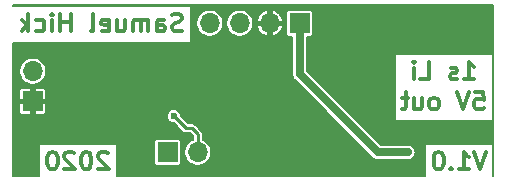
<source format=gbr>
G04 #@! TF.GenerationSoftware,KiCad,Pcbnew,(5.1.6)-1*
G04 #@! TF.CreationDate,2020-05-28T13:40:36+02:00*
G04 #@! TF.ProjectId,charger_stepup,63686172-6765-4725-9f73-74657075702e,rev?*
G04 #@! TF.SameCoordinates,Original*
G04 #@! TF.FileFunction,Copper,L2,Bot*
G04 #@! TF.FilePolarity,Positive*
%FSLAX46Y46*%
G04 Gerber Fmt 4.6, Leading zero omitted, Abs format (unit mm)*
G04 Created by KiCad (PCBNEW (5.1.6)-1) date 2020-05-28 13:40:36*
%MOMM*%
%LPD*%
G01*
G04 APERTURE LIST*
G04 #@! TA.AperFunction,NonConductor*
%ADD10C,0.300000*%
G04 #@! TD*
G04 #@! TA.AperFunction,ComponentPad*
%ADD11O,1.700000X1.700000*%
G04 #@! TD*
G04 #@! TA.AperFunction,ComponentPad*
%ADD12R,1.700000X1.700000*%
G04 #@! TD*
G04 #@! TA.AperFunction,ViaPad*
%ADD13C,0.600000*%
G04 #@! TD*
G04 #@! TA.AperFunction,Conductor*
%ADD14C,0.250000*%
G04 #@! TD*
G04 #@! TA.AperFunction,Conductor*
%ADD15C,0.700000*%
G04 #@! TD*
G04 #@! TA.AperFunction,Conductor*
%ADD16C,0.200000*%
G04 #@! TD*
G04 APERTURE END LIST*
D10*
X160019714Y-73092571D02*
X159519714Y-74592571D01*
X159019714Y-73092571D01*
X157734000Y-74592571D02*
X158591142Y-74592571D01*
X158162571Y-74592571D02*
X158162571Y-73092571D01*
X158305428Y-73306857D01*
X158448285Y-73449714D01*
X158591142Y-73521142D01*
X157091142Y-74449714D02*
X157019714Y-74521142D01*
X157091142Y-74592571D01*
X157162571Y-74521142D01*
X157091142Y-74449714D01*
X157091142Y-74592571D01*
X156091142Y-73092571D02*
X155948285Y-73092571D01*
X155805428Y-73164000D01*
X155734000Y-73235428D01*
X155662571Y-73378285D01*
X155591142Y-73664000D01*
X155591142Y-74021142D01*
X155662571Y-74306857D01*
X155734000Y-74449714D01*
X155805428Y-74521142D01*
X155948285Y-74592571D01*
X156091142Y-74592571D01*
X156234000Y-74521142D01*
X156305428Y-74449714D01*
X156376857Y-74306857D01*
X156448285Y-74021142D01*
X156448285Y-73664000D01*
X156376857Y-73378285D01*
X156305428Y-73235428D01*
X156234000Y-73164000D01*
X156091142Y-73092571D01*
X128047428Y-73235428D02*
X127976000Y-73164000D01*
X127833142Y-73092571D01*
X127476000Y-73092571D01*
X127333142Y-73164000D01*
X127261714Y-73235428D01*
X127190285Y-73378285D01*
X127190285Y-73521142D01*
X127261714Y-73735428D01*
X128118857Y-74592571D01*
X127190285Y-74592571D01*
X126261714Y-73092571D02*
X126118857Y-73092571D01*
X125976000Y-73164000D01*
X125904571Y-73235428D01*
X125833142Y-73378285D01*
X125761714Y-73664000D01*
X125761714Y-74021142D01*
X125833142Y-74306857D01*
X125904571Y-74449714D01*
X125976000Y-74521142D01*
X126118857Y-74592571D01*
X126261714Y-74592571D01*
X126404571Y-74521142D01*
X126476000Y-74449714D01*
X126547428Y-74306857D01*
X126618857Y-74021142D01*
X126618857Y-73664000D01*
X126547428Y-73378285D01*
X126476000Y-73235428D01*
X126404571Y-73164000D01*
X126261714Y-73092571D01*
X125190285Y-73235428D02*
X125118857Y-73164000D01*
X124976000Y-73092571D01*
X124618857Y-73092571D01*
X124476000Y-73164000D01*
X124404571Y-73235428D01*
X124333142Y-73378285D01*
X124333142Y-73521142D01*
X124404571Y-73735428D01*
X125261714Y-74592571D01*
X124333142Y-74592571D01*
X123404571Y-73092571D02*
X123261714Y-73092571D01*
X123118857Y-73164000D01*
X123047428Y-73235428D01*
X122976000Y-73378285D01*
X122904571Y-73664000D01*
X122904571Y-74021142D01*
X122976000Y-74306857D01*
X123047428Y-74449714D01*
X123118857Y-74521142D01*
X123261714Y-74592571D01*
X123404571Y-74592571D01*
X123547428Y-74521142D01*
X123618857Y-74449714D01*
X123690285Y-74306857D01*
X123761714Y-74021142D01*
X123761714Y-73664000D01*
X123690285Y-73378285D01*
X123618857Y-73235428D01*
X123547428Y-73164000D01*
X123404571Y-73092571D01*
X158178285Y-66967571D02*
X159035428Y-66967571D01*
X158606857Y-66967571D02*
X158606857Y-65467571D01*
X158749714Y-65681857D01*
X158892571Y-65824714D01*
X159035428Y-65896142D01*
X157606857Y-66896142D02*
X157464000Y-66967571D01*
X157178285Y-66967571D01*
X157035428Y-66896142D01*
X156964000Y-66753285D01*
X156964000Y-66681857D01*
X157035428Y-66539000D01*
X157178285Y-66467571D01*
X157392571Y-66467571D01*
X157535428Y-66396142D01*
X157606857Y-66253285D01*
X157606857Y-66181857D01*
X157535428Y-66039000D01*
X157392571Y-65967571D01*
X157178285Y-65967571D01*
X157035428Y-66039000D01*
X154464000Y-66967571D02*
X155178285Y-66967571D01*
X155178285Y-65467571D01*
X153964000Y-66967571D02*
X153964000Y-65967571D01*
X153964000Y-65467571D02*
X154035428Y-65539000D01*
X153964000Y-65610428D01*
X153892571Y-65539000D01*
X153964000Y-65467571D01*
X153964000Y-65610428D01*
X159106857Y-68017571D02*
X159821142Y-68017571D01*
X159892571Y-68731857D01*
X159821142Y-68660428D01*
X159678285Y-68589000D01*
X159321142Y-68589000D01*
X159178285Y-68660428D01*
X159106857Y-68731857D01*
X159035428Y-68874714D01*
X159035428Y-69231857D01*
X159106857Y-69374714D01*
X159178285Y-69446142D01*
X159321142Y-69517571D01*
X159678285Y-69517571D01*
X159821142Y-69446142D01*
X159892571Y-69374714D01*
X158606857Y-68017571D02*
X158106857Y-69517571D01*
X157606857Y-68017571D01*
X155749714Y-69517571D02*
X155892571Y-69446142D01*
X155964000Y-69374714D01*
X156035428Y-69231857D01*
X156035428Y-68803285D01*
X155964000Y-68660428D01*
X155892571Y-68589000D01*
X155749714Y-68517571D01*
X155535428Y-68517571D01*
X155392571Y-68589000D01*
X155321142Y-68660428D01*
X155249714Y-68803285D01*
X155249714Y-69231857D01*
X155321142Y-69374714D01*
X155392571Y-69446142D01*
X155535428Y-69517571D01*
X155749714Y-69517571D01*
X153964000Y-68517571D02*
X153964000Y-69517571D01*
X154606857Y-68517571D02*
X154606857Y-69303285D01*
X154535428Y-69446142D01*
X154392571Y-69517571D01*
X154178285Y-69517571D01*
X154035428Y-69446142D01*
X153964000Y-69374714D01*
X153464000Y-68517571D02*
X152892571Y-68517571D01*
X153249714Y-68017571D02*
X153249714Y-69303285D01*
X153178285Y-69446142D01*
X153035428Y-69517571D01*
X152892571Y-69517571D01*
X134293714Y-62837142D02*
X134079428Y-62908571D01*
X133722285Y-62908571D01*
X133579428Y-62837142D01*
X133508000Y-62765714D01*
X133436571Y-62622857D01*
X133436571Y-62480000D01*
X133508000Y-62337142D01*
X133579428Y-62265714D01*
X133722285Y-62194285D01*
X134008000Y-62122857D01*
X134150857Y-62051428D01*
X134222285Y-61980000D01*
X134293714Y-61837142D01*
X134293714Y-61694285D01*
X134222285Y-61551428D01*
X134150857Y-61480000D01*
X134008000Y-61408571D01*
X133650857Y-61408571D01*
X133436571Y-61480000D01*
X132150857Y-62908571D02*
X132150857Y-62122857D01*
X132222285Y-61980000D01*
X132365142Y-61908571D01*
X132650857Y-61908571D01*
X132793714Y-61980000D01*
X132150857Y-62837142D02*
X132293714Y-62908571D01*
X132650857Y-62908571D01*
X132793714Y-62837142D01*
X132865142Y-62694285D01*
X132865142Y-62551428D01*
X132793714Y-62408571D01*
X132650857Y-62337142D01*
X132293714Y-62337142D01*
X132150857Y-62265714D01*
X131436571Y-62908571D02*
X131436571Y-61908571D01*
X131436571Y-62051428D02*
X131365142Y-61980000D01*
X131222285Y-61908571D01*
X131008000Y-61908571D01*
X130865142Y-61980000D01*
X130793714Y-62122857D01*
X130793714Y-62908571D01*
X130793714Y-62122857D02*
X130722285Y-61980000D01*
X130579428Y-61908571D01*
X130365142Y-61908571D01*
X130222285Y-61980000D01*
X130150857Y-62122857D01*
X130150857Y-62908571D01*
X128793714Y-61908571D02*
X128793714Y-62908571D01*
X129436571Y-61908571D02*
X129436571Y-62694285D01*
X129365142Y-62837142D01*
X129222285Y-62908571D01*
X129008000Y-62908571D01*
X128865142Y-62837142D01*
X128793714Y-62765714D01*
X127508000Y-62837142D02*
X127650857Y-62908571D01*
X127936571Y-62908571D01*
X128079428Y-62837142D01*
X128150857Y-62694285D01*
X128150857Y-62122857D01*
X128079428Y-61980000D01*
X127936571Y-61908571D01*
X127650857Y-61908571D01*
X127508000Y-61980000D01*
X127436571Y-62122857D01*
X127436571Y-62265714D01*
X128150857Y-62408571D01*
X126579428Y-62908571D02*
X126722285Y-62837142D01*
X126793714Y-62694285D01*
X126793714Y-61408571D01*
X124865142Y-62908571D02*
X124865142Y-61408571D01*
X124865142Y-62122857D02*
X124008000Y-62122857D01*
X124008000Y-62908571D02*
X124008000Y-61408571D01*
X123293714Y-62908571D02*
X123293714Y-61908571D01*
X123293714Y-61408571D02*
X123365142Y-61480000D01*
X123293714Y-61551428D01*
X123222285Y-61480000D01*
X123293714Y-61408571D01*
X123293714Y-61551428D01*
X121936571Y-62837142D02*
X122079428Y-62908571D01*
X122365142Y-62908571D01*
X122508000Y-62837142D01*
X122579428Y-62765714D01*
X122650857Y-62622857D01*
X122650857Y-62194285D01*
X122579428Y-62051428D01*
X122508000Y-61980000D01*
X122365142Y-61908571D01*
X122079428Y-61908571D01*
X121936571Y-61980000D01*
X121293714Y-62908571D02*
X121293714Y-61408571D01*
X121150857Y-62337142D02*
X120722285Y-62908571D01*
X120722285Y-61908571D02*
X121293714Y-62480000D01*
D11*
G04 #@! TO.P,J3,2*
G04 #@! TO.N,BAT-*
X135636000Y-73152000D03*
D12*
G04 #@! TO.P,J3,1*
G04 #@! TO.N,BAT+*
X133096000Y-73152000D03*
G04 #@! TD*
D11*
G04 #@! TO.P,Bat EN GND 5V,4*
G04 #@! TO.N,BAT+*
X136652000Y-62230000D03*
G04 #@! TO.P,Bat EN GND 5V,3*
G04 #@! TO.N,EN*
X139192000Y-62230000D03*
G04 #@! TO.P,Bat EN GND 5V,2*
G04 #@! TO.N,GND*
X141732000Y-62230000D03*
D12*
G04 #@! TO.P,Bat EN GND 5V,1*
G04 #@! TO.N,5Vout*
X144272000Y-62230000D03*
G04 #@! TD*
D11*
G04 #@! TO.P,J1,2*
G04 #@! TO.N,IN+*
X121666000Y-66294000D03*
D12*
G04 #@! TO.P,J1,1*
G04 #@! TO.N,GND*
X121666000Y-68834000D03*
G04 #@! TD*
D13*
G04 #@! TO.N,BAT-*
X133604000Y-70084000D03*
G04 #@! TO.N,GND*
X155194000Y-63246000D03*
X130386000Y-73406000D03*
X132080000Y-64262000D03*
X150368000Y-66802000D03*
X141224000Y-66548000D03*
X148082000Y-72136000D03*
X125222000Y-66040000D03*
G04 #@! TO.N,5Vout*
X153416000Y-73152000D03*
X151892000Y-73152000D03*
G04 #@! TD*
D14*
G04 #@! TO.N,BAT-*
X134640000Y-71120000D02*
X133604000Y-70084000D01*
X135128000Y-71120000D02*
X134640000Y-71120000D01*
X135636000Y-73152000D02*
X135636000Y-71628000D01*
X135636000Y-71628000D02*
X135128000Y-71120000D01*
D15*
G04 #@! TO.N,5Vout*
X153416000Y-73152000D02*
X150876000Y-73152000D01*
X144272000Y-66548000D02*
X144272000Y-62230000D01*
X150876000Y-73152000D02*
X144272000Y-66548000D01*
G04 #@! TD*
D16*
G04 #@! TO.N,GND*
G36*
X160661001Y-75190000D02*
G01*
X160612572Y-75190000D01*
X160612572Y-72459000D01*
X154855429Y-72459000D01*
X154855429Y-75190000D01*
X128783143Y-75190000D01*
X128783143Y-72459000D01*
X122168857Y-72459000D01*
X122168857Y-75190000D01*
X120009000Y-75190000D01*
X120009000Y-72302000D01*
X131944549Y-72302000D01*
X131944549Y-74002000D01*
X131950341Y-74060810D01*
X131967496Y-74117360D01*
X131995353Y-74169477D01*
X132032842Y-74215158D01*
X132078523Y-74252647D01*
X132130640Y-74280504D01*
X132187190Y-74297659D01*
X132246000Y-74303451D01*
X133946000Y-74303451D01*
X134004810Y-74297659D01*
X134061360Y-74280504D01*
X134113477Y-74252647D01*
X134159158Y-74215158D01*
X134196647Y-74169477D01*
X134224504Y-74117360D01*
X134241659Y-74060810D01*
X134247451Y-74002000D01*
X134247451Y-72302000D01*
X134241659Y-72243190D01*
X134224504Y-72186640D01*
X134196647Y-72134523D01*
X134159158Y-72088842D01*
X134113477Y-72051353D01*
X134061360Y-72023496D01*
X134004810Y-72006341D01*
X133946000Y-72000549D01*
X132246000Y-72000549D01*
X132187190Y-72006341D01*
X132130640Y-72023496D01*
X132078523Y-72051353D01*
X132032842Y-72088842D01*
X131995353Y-72134523D01*
X131967496Y-72186640D01*
X131950341Y-72243190D01*
X131944549Y-72302000D01*
X120009000Y-72302000D01*
X120009000Y-70024905D01*
X133004000Y-70024905D01*
X133004000Y-70143095D01*
X133027058Y-70259014D01*
X133072287Y-70368207D01*
X133137950Y-70466478D01*
X133221522Y-70550050D01*
X133319793Y-70615713D01*
X133428986Y-70660942D01*
X133544905Y-70684000D01*
X133602960Y-70684000D01*
X134324719Y-71405760D01*
X134338026Y-71421974D01*
X134402740Y-71475084D01*
X134476573Y-71514548D01*
X134532383Y-71531478D01*
X134556685Y-71538850D01*
X134565098Y-71539679D01*
X134619126Y-71545000D01*
X134619132Y-71545000D01*
X134639999Y-71547055D01*
X134660866Y-71545000D01*
X134951960Y-71545000D01*
X135211001Y-71804042D01*
X135211001Y-72083290D01*
X135091271Y-72132884D01*
X134902918Y-72258737D01*
X134742737Y-72418918D01*
X134616884Y-72607271D01*
X134530194Y-72816557D01*
X134486000Y-73038735D01*
X134486000Y-73265265D01*
X134530194Y-73487443D01*
X134616884Y-73696729D01*
X134742737Y-73885082D01*
X134902918Y-74045263D01*
X135091271Y-74171116D01*
X135300557Y-74257806D01*
X135522735Y-74302000D01*
X135749265Y-74302000D01*
X135971443Y-74257806D01*
X136180729Y-74171116D01*
X136369082Y-74045263D01*
X136529263Y-73885082D01*
X136655116Y-73696729D01*
X136741806Y-73487443D01*
X136786000Y-73265265D01*
X136786000Y-73038735D01*
X136741806Y-72816557D01*
X136655116Y-72607271D01*
X136529263Y-72418918D01*
X136369082Y-72258737D01*
X136180729Y-72132884D01*
X136061000Y-72083290D01*
X136061000Y-71648866D01*
X136063055Y-71627999D01*
X136061000Y-71607132D01*
X136061000Y-71607126D01*
X136054850Y-71544686D01*
X136030548Y-71464573D01*
X135991084Y-71390740D01*
X135937974Y-71326026D01*
X135921762Y-71312721D01*
X135443283Y-70834243D01*
X135429974Y-70818026D01*
X135365260Y-70764916D01*
X135291427Y-70725452D01*
X135211314Y-70701150D01*
X135148874Y-70695000D01*
X135148867Y-70695000D01*
X135128000Y-70692945D01*
X135107133Y-70695000D01*
X134816041Y-70695000D01*
X134204000Y-70082960D01*
X134204000Y-70024905D01*
X134180942Y-69908986D01*
X134135713Y-69799793D01*
X134070050Y-69701522D01*
X133986478Y-69617950D01*
X133888207Y-69552287D01*
X133779014Y-69507058D01*
X133663095Y-69484000D01*
X133544905Y-69484000D01*
X133428986Y-69507058D01*
X133319793Y-69552287D01*
X133221522Y-69617950D01*
X133137950Y-69701522D01*
X133072287Y-69799793D01*
X133027058Y-69908986D01*
X133004000Y-70024905D01*
X120009000Y-70024905D01*
X120009000Y-69684000D01*
X120514548Y-69684000D01*
X120520340Y-69742810D01*
X120537495Y-69799361D01*
X120565352Y-69851478D01*
X120602841Y-69897159D01*
X120648522Y-69934648D01*
X120700639Y-69962505D01*
X120757190Y-69979660D01*
X120816000Y-69985452D01*
X121437000Y-69984000D01*
X121512000Y-69909000D01*
X121512000Y-68988000D01*
X121820000Y-68988000D01*
X121820000Y-69909000D01*
X121895000Y-69984000D01*
X122516000Y-69985452D01*
X122574810Y-69979660D01*
X122631361Y-69962505D01*
X122683478Y-69934648D01*
X122729159Y-69897159D01*
X122766648Y-69851478D01*
X122794505Y-69799361D01*
X122811660Y-69742810D01*
X122817452Y-69684000D01*
X122816000Y-69063000D01*
X122741000Y-68988000D01*
X121820000Y-68988000D01*
X121512000Y-68988000D01*
X120591000Y-68988000D01*
X120516000Y-69063000D01*
X120514548Y-69684000D01*
X120009000Y-69684000D01*
X120009000Y-67984000D01*
X120514548Y-67984000D01*
X120516000Y-68605000D01*
X120591000Y-68680000D01*
X121512000Y-68680000D01*
X121512000Y-67759000D01*
X121820000Y-67759000D01*
X121820000Y-68680000D01*
X122741000Y-68680000D01*
X122816000Y-68605000D01*
X122817452Y-67984000D01*
X122811660Y-67925190D01*
X122794505Y-67868639D01*
X122766648Y-67816522D01*
X122729159Y-67770841D01*
X122683478Y-67733352D01*
X122631361Y-67705495D01*
X122574810Y-67688340D01*
X122516000Y-67682548D01*
X121895000Y-67684000D01*
X121820000Y-67759000D01*
X121512000Y-67759000D01*
X121437000Y-67684000D01*
X120816000Y-67682548D01*
X120757190Y-67688340D01*
X120700639Y-67705495D01*
X120648522Y-67733352D01*
X120602841Y-67770841D01*
X120565352Y-67816522D01*
X120537495Y-67868639D01*
X120520340Y-67925190D01*
X120514548Y-67984000D01*
X120009000Y-67984000D01*
X120009000Y-66180735D01*
X120516000Y-66180735D01*
X120516000Y-66407265D01*
X120560194Y-66629443D01*
X120646884Y-66838729D01*
X120772737Y-67027082D01*
X120932918Y-67187263D01*
X121121271Y-67313116D01*
X121330557Y-67399806D01*
X121552735Y-67444000D01*
X121779265Y-67444000D01*
X122001443Y-67399806D01*
X122210729Y-67313116D01*
X122399082Y-67187263D01*
X122559263Y-67027082D01*
X122685116Y-66838729D01*
X122771806Y-66629443D01*
X122816000Y-66407265D01*
X122816000Y-66180735D01*
X122771806Y-65958557D01*
X122685116Y-65749271D01*
X122559263Y-65560918D01*
X122399082Y-65400737D01*
X122210729Y-65274884D01*
X122001443Y-65188194D01*
X121779265Y-65144000D01*
X121552735Y-65144000D01*
X121330557Y-65188194D01*
X121121271Y-65274884D01*
X120932918Y-65400737D01*
X120772737Y-65560918D01*
X120646884Y-65749271D01*
X120560194Y-65958557D01*
X120516000Y-66180735D01*
X120009000Y-66180735D01*
X120009000Y-63925000D01*
X135029429Y-63925000D01*
X135029429Y-62116735D01*
X135502000Y-62116735D01*
X135502000Y-62343265D01*
X135546194Y-62565443D01*
X135632884Y-62774729D01*
X135758737Y-62963082D01*
X135918918Y-63123263D01*
X136107271Y-63249116D01*
X136316557Y-63335806D01*
X136538735Y-63380000D01*
X136765265Y-63380000D01*
X136987443Y-63335806D01*
X137196729Y-63249116D01*
X137385082Y-63123263D01*
X137545263Y-62963082D01*
X137671116Y-62774729D01*
X137757806Y-62565443D01*
X137802000Y-62343265D01*
X137802000Y-62116735D01*
X138042000Y-62116735D01*
X138042000Y-62343265D01*
X138086194Y-62565443D01*
X138172884Y-62774729D01*
X138298737Y-62963082D01*
X138458918Y-63123263D01*
X138647271Y-63249116D01*
X138856557Y-63335806D01*
X139078735Y-63380000D01*
X139305265Y-63380000D01*
X139527443Y-63335806D01*
X139736729Y-63249116D01*
X139925082Y-63123263D01*
X140085263Y-62963082D01*
X140211116Y-62774729D01*
X140297806Y-62565443D01*
X140298812Y-62560385D01*
X140630472Y-62560385D01*
X140716092Y-62768934D01*
X140840753Y-62956772D01*
X140999664Y-63116681D01*
X141186719Y-63242515D01*
X141394728Y-63329439D01*
X141401617Y-63331520D01*
X141578000Y-63293912D01*
X141578000Y-62384000D01*
X141886000Y-62384000D01*
X141886000Y-63293912D01*
X142062383Y-63331520D01*
X142069272Y-63329439D01*
X142277281Y-63242515D01*
X142464336Y-63116681D01*
X142623247Y-62956772D01*
X142747908Y-62768934D01*
X142833528Y-62560385D01*
X142796650Y-62384000D01*
X141886000Y-62384000D01*
X141578000Y-62384000D01*
X140667350Y-62384000D01*
X140630472Y-62560385D01*
X140298812Y-62560385D01*
X140342000Y-62343265D01*
X140342000Y-62116735D01*
X140298813Y-61899615D01*
X140630472Y-61899615D01*
X140667350Y-62076000D01*
X141578000Y-62076000D01*
X141578000Y-61166088D01*
X141886000Y-61166088D01*
X141886000Y-62076000D01*
X142796650Y-62076000D01*
X142833528Y-61899615D01*
X142747908Y-61691066D01*
X142623247Y-61503228D01*
X142500789Y-61380000D01*
X143120549Y-61380000D01*
X143120549Y-63080000D01*
X143126341Y-63138810D01*
X143143496Y-63195360D01*
X143171353Y-63247477D01*
X143208842Y-63293158D01*
X143254523Y-63330647D01*
X143306640Y-63358504D01*
X143363190Y-63375659D01*
X143422000Y-63381451D01*
X143622001Y-63381451D01*
X143622000Y-66516078D01*
X143618856Y-66548000D01*
X143622000Y-66579921D01*
X143622000Y-66579931D01*
X143631405Y-66675421D01*
X143668573Y-66797947D01*
X143728930Y-66910868D01*
X143779369Y-66972328D01*
X143810157Y-67009843D01*
X143834962Y-67030200D01*
X150393804Y-73589043D01*
X150414157Y-73613843D01*
X150438957Y-73634196D01*
X150438959Y-73634198D01*
X150491837Y-73677593D01*
X150513132Y-73695070D01*
X150626052Y-73755427D01*
X150748578Y-73792595D01*
X150844068Y-73802000D01*
X150844078Y-73802000D01*
X150875999Y-73805144D01*
X150907920Y-73802000D01*
X153447932Y-73802000D01*
X153543422Y-73792595D01*
X153665948Y-73755427D01*
X153778868Y-73695070D01*
X153877843Y-73613843D01*
X153959070Y-73514868D01*
X154019427Y-73401948D01*
X154056595Y-73279422D01*
X154069145Y-73152000D01*
X154056595Y-73024578D01*
X154019427Y-72902052D01*
X153959070Y-72789132D01*
X153877843Y-72690157D01*
X153778868Y-72608930D01*
X153665948Y-72548573D01*
X153543422Y-72511405D01*
X153447932Y-72502000D01*
X151145239Y-72502000D01*
X144922000Y-66278762D01*
X144922000Y-64834000D01*
X152299715Y-64834000D01*
X152299715Y-70534000D01*
X160628286Y-70534000D01*
X160628286Y-64834000D01*
X152299715Y-64834000D01*
X144922000Y-64834000D01*
X144922000Y-63381451D01*
X145122000Y-63381451D01*
X145180810Y-63375659D01*
X145237360Y-63358504D01*
X145289477Y-63330647D01*
X145335158Y-63293158D01*
X145372647Y-63247477D01*
X145400504Y-63195360D01*
X145417659Y-63138810D01*
X145423451Y-63080000D01*
X145423451Y-61380000D01*
X145417659Y-61321190D01*
X145400504Y-61264640D01*
X145372647Y-61212523D01*
X145335158Y-61166842D01*
X145289477Y-61129353D01*
X145237360Y-61101496D01*
X145180810Y-61084341D01*
X145122000Y-61078549D01*
X143422000Y-61078549D01*
X143363190Y-61084341D01*
X143306640Y-61101496D01*
X143254523Y-61129353D01*
X143208842Y-61166842D01*
X143171353Y-61212523D01*
X143143496Y-61264640D01*
X143126341Y-61321190D01*
X143120549Y-61380000D01*
X142500789Y-61380000D01*
X142464336Y-61343319D01*
X142277281Y-61217485D01*
X142069272Y-61130561D01*
X142062383Y-61128480D01*
X141886000Y-61166088D01*
X141578000Y-61166088D01*
X141401617Y-61128480D01*
X141394728Y-61130561D01*
X141186719Y-61217485D01*
X140999664Y-61343319D01*
X140840753Y-61503228D01*
X140716092Y-61691066D01*
X140630472Y-61899615D01*
X140298813Y-61899615D01*
X140297806Y-61894557D01*
X140211116Y-61685271D01*
X140085263Y-61496918D01*
X139925082Y-61336737D01*
X139736729Y-61210884D01*
X139527443Y-61124194D01*
X139305265Y-61080000D01*
X139078735Y-61080000D01*
X138856557Y-61124194D01*
X138647271Y-61210884D01*
X138458918Y-61336737D01*
X138298737Y-61496918D01*
X138172884Y-61685271D01*
X138086194Y-61894557D01*
X138042000Y-62116735D01*
X137802000Y-62116735D01*
X137757806Y-61894557D01*
X137671116Y-61685271D01*
X137545263Y-61496918D01*
X137385082Y-61336737D01*
X137196729Y-61210884D01*
X136987443Y-61124194D01*
X136765265Y-61080000D01*
X136538735Y-61080000D01*
X136316557Y-61124194D01*
X136107271Y-61210884D01*
X135918918Y-61336737D01*
X135758737Y-61496918D01*
X135632884Y-61685271D01*
X135546194Y-61894557D01*
X135502000Y-62116735D01*
X135029429Y-62116735D01*
X135029429Y-60775000D01*
X120009000Y-60775000D01*
X120009000Y-60700000D01*
X160661000Y-60700000D01*
X160661001Y-75190000D01*
G37*
X160661001Y-75190000D02*
X160612572Y-75190000D01*
X160612572Y-72459000D01*
X154855429Y-72459000D01*
X154855429Y-75190000D01*
X128783143Y-75190000D01*
X128783143Y-72459000D01*
X122168857Y-72459000D01*
X122168857Y-75190000D01*
X120009000Y-75190000D01*
X120009000Y-72302000D01*
X131944549Y-72302000D01*
X131944549Y-74002000D01*
X131950341Y-74060810D01*
X131967496Y-74117360D01*
X131995353Y-74169477D01*
X132032842Y-74215158D01*
X132078523Y-74252647D01*
X132130640Y-74280504D01*
X132187190Y-74297659D01*
X132246000Y-74303451D01*
X133946000Y-74303451D01*
X134004810Y-74297659D01*
X134061360Y-74280504D01*
X134113477Y-74252647D01*
X134159158Y-74215158D01*
X134196647Y-74169477D01*
X134224504Y-74117360D01*
X134241659Y-74060810D01*
X134247451Y-74002000D01*
X134247451Y-72302000D01*
X134241659Y-72243190D01*
X134224504Y-72186640D01*
X134196647Y-72134523D01*
X134159158Y-72088842D01*
X134113477Y-72051353D01*
X134061360Y-72023496D01*
X134004810Y-72006341D01*
X133946000Y-72000549D01*
X132246000Y-72000549D01*
X132187190Y-72006341D01*
X132130640Y-72023496D01*
X132078523Y-72051353D01*
X132032842Y-72088842D01*
X131995353Y-72134523D01*
X131967496Y-72186640D01*
X131950341Y-72243190D01*
X131944549Y-72302000D01*
X120009000Y-72302000D01*
X120009000Y-70024905D01*
X133004000Y-70024905D01*
X133004000Y-70143095D01*
X133027058Y-70259014D01*
X133072287Y-70368207D01*
X133137950Y-70466478D01*
X133221522Y-70550050D01*
X133319793Y-70615713D01*
X133428986Y-70660942D01*
X133544905Y-70684000D01*
X133602960Y-70684000D01*
X134324719Y-71405760D01*
X134338026Y-71421974D01*
X134402740Y-71475084D01*
X134476573Y-71514548D01*
X134532383Y-71531478D01*
X134556685Y-71538850D01*
X134565098Y-71539679D01*
X134619126Y-71545000D01*
X134619132Y-71545000D01*
X134639999Y-71547055D01*
X134660866Y-71545000D01*
X134951960Y-71545000D01*
X135211001Y-71804042D01*
X135211001Y-72083290D01*
X135091271Y-72132884D01*
X134902918Y-72258737D01*
X134742737Y-72418918D01*
X134616884Y-72607271D01*
X134530194Y-72816557D01*
X134486000Y-73038735D01*
X134486000Y-73265265D01*
X134530194Y-73487443D01*
X134616884Y-73696729D01*
X134742737Y-73885082D01*
X134902918Y-74045263D01*
X135091271Y-74171116D01*
X135300557Y-74257806D01*
X135522735Y-74302000D01*
X135749265Y-74302000D01*
X135971443Y-74257806D01*
X136180729Y-74171116D01*
X136369082Y-74045263D01*
X136529263Y-73885082D01*
X136655116Y-73696729D01*
X136741806Y-73487443D01*
X136786000Y-73265265D01*
X136786000Y-73038735D01*
X136741806Y-72816557D01*
X136655116Y-72607271D01*
X136529263Y-72418918D01*
X136369082Y-72258737D01*
X136180729Y-72132884D01*
X136061000Y-72083290D01*
X136061000Y-71648866D01*
X136063055Y-71627999D01*
X136061000Y-71607132D01*
X136061000Y-71607126D01*
X136054850Y-71544686D01*
X136030548Y-71464573D01*
X135991084Y-71390740D01*
X135937974Y-71326026D01*
X135921762Y-71312721D01*
X135443283Y-70834243D01*
X135429974Y-70818026D01*
X135365260Y-70764916D01*
X135291427Y-70725452D01*
X135211314Y-70701150D01*
X135148874Y-70695000D01*
X135148867Y-70695000D01*
X135128000Y-70692945D01*
X135107133Y-70695000D01*
X134816041Y-70695000D01*
X134204000Y-70082960D01*
X134204000Y-70024905D01*
X134180942Y-69908986D01*
X134135713Y-69799793D01*
X134070050Y-69701522D01*
X133986478Y-69617950D01*
X133888207Y-69552287D01*
X133779014Y-69507058D01*
X133663095Y-69484000D01*
X133544905Y-69484000D01*
X133428986Y-69507058D01*
X133319793Y-69552287D01*
X133221522Y-69617950D01*
X133137950Y-69701522D01*
X133072287Y-69799793D01*
X133027058Y-69908986D01*
X133004000Y-70024905D01*
X120009000Y-70024905D01*
X120009000Y-69684000D01*
X120514548Y-69684000D01*
X120520340Y-69742810D01*
X120537495Y-69799361D01*
X120565352Y-69851478D01*
X120602841Y-69897159D01*
X120648522Y-69934648D01*
X120700639Y-69962505D01*
X120757190Y-69979660D01*
X120816000Y-69985452D01*
X121437000Y-69984000D01*
X121512000Y-69909000D01*
X121512000Y-68988000D01*
X121820000Y-68988000D01*
X121820000Y-69909000D01*
X121895000Y-69984000D01*
X122516000Y-69985452D01*
X122574810Y-69979660D01*
X122631361Y-69962505D01*
X122683478Y-69934648D01*
X122729159Y-69897159D01*
X122766648Y-69851478D01*
X122794505Y-69799361D01*
X122811660Y-69742810D01*
X122817452Y-69684000D01*
X122816000Y-69063000D01*
X122741000Y-68988000D01*
X121820000Y-68988000D01*
X121512000Y-68988000D01*
X120591000Y-68988000D01*
X120516000Y-69063000D01*
X120514548Y-69684000D01*
X120009000Y-69684000D01*
X120009000Y-67984000D01*
X120514548Y-67984000D01*
X120516000Y-68605000D01*
X120591000Y-68680000D01*
X121512000Y-68680000D01*
X121512000Y-67759000D01*
X121820000Y-67759000D01*
X121820000Y-68680000D01*
X122741000Y-68680000D01*
X122816000Y-68605000D01*
X122817452Y-67984000D01*
X122811660Y-67925190D01*
X122794505Y-67868639D01*
X122766648Y-67816522D01*
X122729159Y-67770841D01*
X122683478Y-67733352D01*
X122631361Y-67705495D01*
X122574810Y-67688340D01*
X122516000Y-67682548D01*
X121895000Y-67684000D01*
X121820000Y-67759000D01*
X121512000Y-67759000D01*
X121437000Y-67684000D01*
X120816000Y-67682548D01*
X120757190Y-67688340D01*
X120700639Y-67705495D01*
X120648522Y-67733352D01*
X120602841Y-67770841D01*
X120565352Y-67816522D01*
X120537495Y-67868639D01*
X120520340Y-67925190D01*
X120514548Y-67984000D01*
X120009000Y-67984000D01*
X120009000Y-66180735D01*
X120516000Y-66180735D01*
X120516000Y-66407265D01*
X120560194Y-66629443D01*
X120646884Y-66838729D01*
X120772737Y-67027082D01*
X120932918Y-67187263D01*
X121121271Y-67313116D01*
X121330557Y-67399806D01*
X121552735Y-67444000D01*
X121779265Y-67444000D01*
X122001443Y-67399806D01*
X122210729Y-67313116D01*
X122399082Y-67187263D01*
X122559263Y-67027082D01*
X122685116Y-66838729D01*
X122771806Y-66629443D01*
X122816000Y-66407265D01*
X122816000Y-66180735D01*
X122771806Y-65958557D01*
X122685116Y-65749271D01*
X122559263Y-65560918D01*
X122399082Y-65400737D01*
X122210729Y-65274884D01*
X122001443Y-65188194D01*
X121779265Y-65144000D01*
X121552735Y-65144000D01*
X121330557Y-65188194D01*
X121121271Y-65274884D01*
X120932918Y-65400737D01*
X120772737Y-65560918D01*
X120646884Y-65749271D01*
X120560194Y-65958557D01*
X120516000Y-66180735D01*
X120009000Y-66180735D01*
X120009000Y-63925000D01*
X135029429Y-63925000D01*
X135029429Y-62116735D01*
X135502000Y-62116735D01*
X135502000Y-62343265D01*
X135546194Y-62565443D01*
X135632884Y-62774729D01*
X135758737Y-62963082D01*
X135918918Y-63123263D01*
X136107271Y-63249116D01*
X136316557Y-63335806D01*
X136538735Y-63380000D01*
X136765265Y-63380000D01*
X136987443Y-63335806D01*
X137196729Y-63249116D01*
X137385082Y-63123263D01*
X137545263Y-62963082D01*
X137671116Y-62774729D01*
X137757806Y-62565443D01*
X137802000Y-62343265D01*
X137802000Y-62116735D01*
X138042000Y-62116735D01*
X138042000Y-62343265D01*
X138086194Y-62565443D01*
X138172884Y-62774729D01*
X138298737Y-62963082D01*
X138458918Y-63123263D01*
X138647271Y-63249116D01*
X138856557Y-63335806D01*
X139078735Y-63380000D01*
X139305265Y-63380000D01*
X139527443Y-63335806D01*
X139736729Y-63249116D01*
X139925082Y-63123263D01*
X140085263Y-62963082D01*
X140211116Y-62774729D01*
X140297806Y-62565443D01*
X140298812Y-62560385D01*
X140630472Y-62560385D01*
X140716092Y-62768934D01*
X140840753Y-62956772D01*
X140999664Y-63116681D01*
X141186719Y-63242515D01*
X141394728Y-63329439D01*
X141401617Y-63331520D01*
X141578000Y-63293912D01*
X141578000Y-62384000D01*
X141886000Y-62384000D01*
X141886000Y-63293912D01*
X142062383Y-63331520D01*
X142069272Y-63329439D01*
X142277281Y-63242515D01*
X142464336Y-63116681D01*
X142623247Y-62956772D01*
X142747908Y-62768934D01*
X142833528Y-62560385D01*
X142796650Y-62384000D01*
X141886000Y-62384000D01*
X141578000Y-62384000D01*
X140667350Y-62384000D01*
X140630472Y-62560385D01*
X140298812Y-62560385D01*
X140342000Y-62343265D01*
X140342000Y-62116735D01*
X140298813Y-61899615D01*
X140630472Y-61899615D01*
X140667350Y-62076000D01*
X141578000Y-62076000D01*
X141578000Y-61166088D01*
X141886000Y-61166088D01*
X141886000Y-62076000D01*
X142796650Y-62076000D01*
X142833528Y-61899615D01*
X142747908Y-61691066D01*
X142623247Y-61503228D01*
X142500789Y-61380000D01*
X143120549Y-61380000D01*
X143120549Y-63080000D01*
X143126341Y-63138810D01*
X143143496Y-63195360D01*
X143171353Y-63247477D01*
X143208842Y-63293158D01*
X143254523Y-63330647D01*
X143306640Y-63358504D01*
X143363190Y-63375659D01*
X143422000Y-63381451D01*
X143622001Y-63381451D01*
X143622000Y-66516078D01*
X143618856Y-66548000D01*
X143622000Y-66579921D01*
X143622000Y-66579931D01*
X143631405Y-66675421D01*
X143668573Y-66797947D01*
X143728930Y-66910868D01*
X143779369Y-66972328D01*
X143810157Y-67009843D01*
X143834962Y-67030200D01*
X150393804Y-73589043D01*
X150414157Y-73613843D01*
X150438957Y-73634196D01*
X150438959Y-73634198D01*
X150491837Y-73677593D01*
X150513132Y-73695070D01*
X150626052Y-73755427D01*
X150748578Y-73792595D01*
X150844068Y-73802000D01*
X150844078Y-73802000D01*
X150875999Y-73805144D01*
X150907920Y-73802000D01*
X153447932Y-73802000D01*
X153543422Y-73792595D01*
X153665948Y-73755427D01*
X153778868Y-73695070D01*
X153877843Y-73613843D01*
X153959070Y-73514868D01*
X154019427Y-73401948D01*
X154056595Y-73279422D01*
X154069145Y-73152000D01*
X154056595Y-73024578D01*
X154019427Y-72902052D01*
X153959070Y-72789132D01*
X153877843Y-72690157D01*
X153778868Y-72608930D01*
X153665948Y-72548573D01*
X153543422Y-72511405D01*
X153447932Y-72502000D01*
X151145239Y-72502000D01*
X144922000Y-66278762D01*
X144922000Y-64834000D01*
X152299715Y-64834000D01*
X152299715Y-70534000D01*
X160628286Y-70534000D01*
X160628286Y-64834000D01*
X152299715Y-64834000D01*
X144922000Y-64834000D01*
X144922000Y-63381451D01*
X145122000Y-63381451D01*
X145180810Y-63375659D01*
X145237360Y-63358504D01*
X145289477Y-63330647D01*
X145335158Y-63293158D01*
X145372647Y-63247477D01*
X145400504Y-63195360D01*
X145417659Y-63138810D01*
X145423451Y-63080000D01*
X145423451Y-61380000D01*
X145417659Y-61321190D01*
X145400504Y-61264640D01*
X145372647Y-61212523D01*
X145335158Y-61166842D01*
X145289477Y-61129353D01*
X145237360Y-61101496D01*
X145180810Y-61084341D01*
X145122000Y-61078549D01*
X143422000Y-61078549D01*
X143363190Y-61084341D01*
X143306640Y-61101496D01*
X143254523Y-61129353D01*
X143208842Y-61166842D01*
X143171353Y-61212523D01*
X143143496Y-61264640D01*
X143126341Y-61321190D01*
X143120549Y-61380000D01*
X142500789Y-61380000D01*
X142464336Y-61343319D01*
X142277281Y-61217485D01*
X142069272Y-61130561D01*
X142062383Y-61128480D01*
X141886000Y-61166088D01*
X141578000Y-61166088D01*
X141401617Y-61128480D01*
X141394728Y-61130561D01*
X141186719Y-61217485D01*
X140999664Y-61343319D01*
X140840753Y-61503228D01*
X140716092Y-61691066D01*
X140630472Y-61899615D01*
X140298813Y-61899615D01*
X140297806Y-61894557D01*
X140211116Y-61685271D01*
X140085263Y-61496918D01*
X139925082Y-61336737D01*
X139736729Y-61210884D01*
X139527443Y-61124194D01*
X139305265Y-61080000D01*
X139078735Y-61080000D01*
X138856557Y-61124194D01*
X138647271Y-61210884D01*
X138458918Y-61336737D01*
X138298737Y-61496918D01*
X138172884Y-61685271D01*
X138086194Y-61894557D01*
X138042000Y-62116735D01*
X137802000Y-62116735D01*
X137757806Y-61894557D01*
X137671116Y-61685271D01*
X137545263Y-61496918D01*
X137385082Y-61336737D01*
X137196729Y-61210884D01*
X136987443Y-61124194D01*
X136765265Y-61080000D01*
X136538735Y-61080000D01*
X136316557Y-61124194D01*
X136107271Y-61210884D01*
X135918918Y-61336737D01*
X135758737Y-61496918D01*
X135632884Y-61685271D01*
X135546194Y-61894557D01*
X135502000Y-62116735D01*
X135029429Y-62116735D01*
X135029429Y-60775000D01*
X120009000Y-60775000D01*
X120009000Y-60700000D01*
X160661000Y-60700000D01*
X160661001Y-75190000D01*
G04 #@! TD*
M02*

</source>
